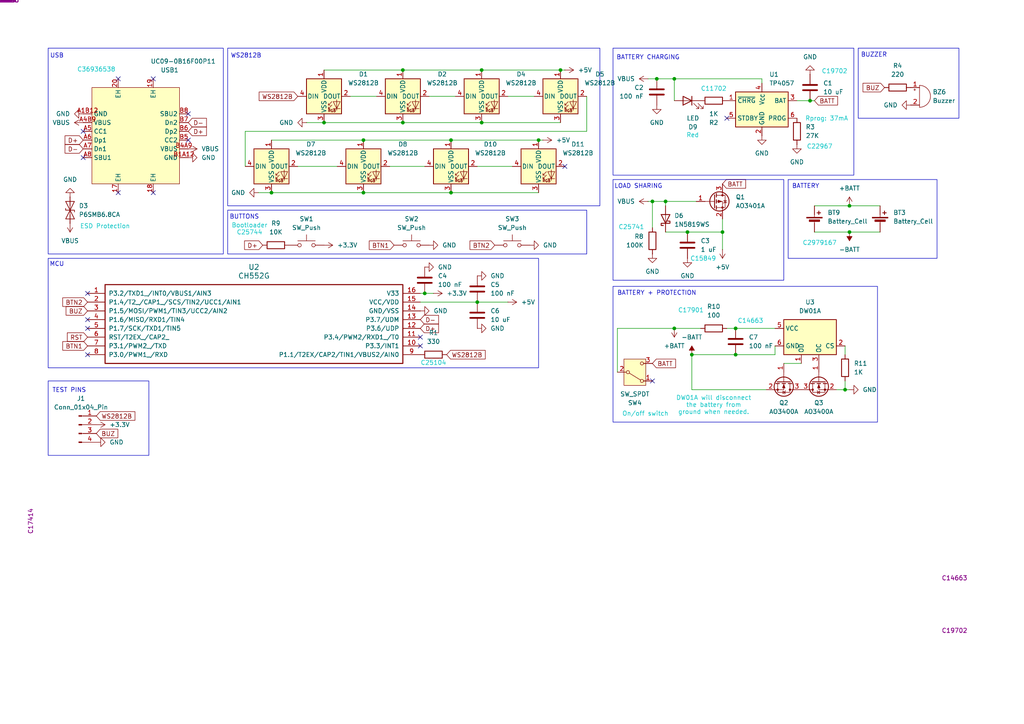
<source format=kicad_sch>
(kicad_sch (version 20241209) (generator "eeschema") (generator_version "9.0")
  (paper "A4")
  (lib_symbols
    (symbol "Battery_Management:DW01A"
      (property "Reference" "U" (at -6.604 6.35 0))
      (property "Value" "DW01A" (at 4.318 6.604 0))
      (symbol "DW01A_0_1"
        (pin power_in line (at -10.16 2.54 0) (length 2.54) (name "VCC") (number "5"))
        (pin power_in line (at -10.16 -2.54 0) (length 2.54) (name "GND") (number "6"))
        (pin output line (at -2.54 -7.62 90) (length 2.54) (name "OD") (number "1"))
        (pin output line (at 2.54 -7.62 90) (length 2.54) (name "OC") (number "3"))
        (pin input line (at 10.16 -2.54 180) (length 2.54) (name "CS") (number "2"))
      )
      (symbol "DW01A_1_1"
        (rectangle (start -7.62 5.08) (end 7.62 -5.08) (stroke (width 0.254)) (fill (type background)))
        (pin no_connect line (at 10.16 2.54 180) (length 2.54) (hide yes) (name "TD") (number "4"))
      )
    )
    (symbol "Battery_Management:TP4057"
      (property "Reference" "U" (at -6.35 6.604 0))
      (property "Value" "TP4057" (at 1.524 6.604 0))
      (symbol "TP4057_0_1"
        (rectangle (start -7.62 5.08) (end 7.62 -5.08) (stroke (width 0.254)) (fill (type background)))
      )
      (symbol "TP4057_1_1"
        (pin open_collector line (at -10.16 2.54 0) (length 2.54) (name "~{CHRG}") (number "1"))
        (pin open_collector line (at -10.16 -2.54 0) (length 2.54) (name "STDBY") (number "5"))
        (pin power_in line (at 0 7.62 270) (length 2.54) (name "V_{CC}") (number "4"))
        (pin power_in line (at 0 -7.62 90) (length 2.54) (name "GND") (number "2"))
        (pin power_out line (at 10.16 2.54 180) (length 2.54) (name "BAT") (number "3"))
        (pin passive line (at 10.16 -2.54 180) (length 2.54) (name "PROG") (number "6"))
      )
    )
    (symbol "Connector:Conn_01x04_Pin" (pin_names (offset 1.016) (hide yes))
      (property "Reference" "J" (at 0 5.08 0))
      (property "Value" "Conn_01x04_Pin" (at 0 -7.62 0))
      (symbol "Conn_01x04_Pin_1_1"
        (rectangle (start 0.8636 2.667) (end 0 2.413) (stroke (width 0.1524)) (fill (type outline)))
        (rectangle (start 0.8636 0.127) (end 0 -0.127) (stroke (width 0.1524)) (fill (type outline)))
        (rectangle (start 0.8636 -2.413) (end 0 -2.667) (stroke (width 0.1524)) (fill (type outline)))
        (rectangle (start 0.8636 -4.953) (end 0 -5.207) (stroke (width 0.1524)) (fill (type outline)))
        (polyline (pts (xy 1.27 2.54) (xy 0.8636 2.54)) (stroke (width 0.1524)))
        (polyline (pts (xy 1.27 0) (xy 0.8636 0)) (stroke (width 0.1524)))
        (polyline (pts (xy 1.27 -2.54) (xy 0.8636 -2.54)) (stroke (width 0.1524)))
        (polyline (pts (xy 1.27 -5.08) (xy 0.8636 -5.08)) (stroke (width 0.1524)))
        (pin passive line (at 5.08 2.54 180) (length 3.81) (name "Pin_1") (number "1"))
        (pin passive line (at 5.08 0 180) (length 3.81) (name "Pin_2") (number "2"))
        (pin passive line (at 5.08 -2.54 180) (length 3.81) (name "Pin_3") (number "3"))
        (pin passive line (at 5.08 -5.08 180) (length 3.81) (name "Pin_4") (number "4"))
      )
    )
    (symbol "Device:Battery_Cell" (pin_numbers (hide yes)) (pin_names (offset 0) (hide yes))
      (property "Reference" "BT" (at 2.54 2.54 0))
      (property "Value" "Battery_Cell" (at 2.54 0 0))
      (symbol "Battery_Cell_0_1"
        (rectangle (start -2.286 1.778) (end 2.286 1.524) (fill (type outline)))
        (rectangle (start -1.524 1.016) (end 1.524 0.508) (fill (type outline)))
        (polyline (pts (xy 0 1.778) (xy 0 2.54)))
        (polyline (pts (xy 0 0.762) (xy 0 0)))
        (polyline (pts (xy 0.762 3.048) (xy 1.778 3.048)) (stroke (width 0.254)))
        (polyline (pts (xy 1.27 3.556) (xy 1.27 2.54)) (stroke (width 0.254)))
      )
      (symbol "Battery_Cell_1_1"
        (pin passive line (at 0 5.08 270) (length 2.54) (name "+") (number "1"))
        (pin passive line (at 0 -2.54 90) (length 2.54) (name "-") (number "2"))
      )
    )
    (symbol "Device:Buzzer" (pin_names (offset 0.0254) (hide yes))
      (property "Reference" "BZ" (at 3.81 1.27 0))
      (property "Value" "Buzzer" (at 3.81 -1.27 0))
      (symbol "Buzzer_0_1"
        (polyline (pts (xy -1.651 1.905) (xy -1.143 1.905)))
        (polyline (pts (xy -1.397 2.159) (xy -1.397 1.651)))
        (arc (start 0 3.175) (mid 3.1612 0) (end 0 -3.175))
        (polyline (pts (xy 0 3.175) (xy 0 -3.175)))
      )
      (symbol "Buzzer_1_1"
        (pin passive line (at -2.54 2.54 0) (length 2.54) (name "+") (number "1"))
        (pin passive line (at -2.54 -2.54 0) (length 2.54) (name "-") (number "2"))
      )
    )
    (symbol "Device:C" (pin_numbers (hide yes)) (pin_names (offset 0.254))
      (property "Reference" "C" (at 0.635 2.54 0))
      (property "Value" "C" (at 0.635 -2.54 0))
      (symbol "C_0_1"
        (polyline (pts (xy -2.032 0.762) (xy 2.032 0.762)) (stroke (width 0.508)))
        (polyline (pts (xy -2.032 -0.762) (xy 2.032 -0.762)) (stroke (width 0.508)))
      )
      (symbol "C_1_1"
        (pin passive line (at 0 3.81 270) (length 2.794) (name "~") (number "1"))
        (pin passive line (at 0 -3.81 90) (length 2.794) (name "~") (number "2"))
      )
    )
    (symbol "Device:D_Schottky" (pin_numbers (hide yes)) (pin_names (offset 1.016) (hide yes))
      (property "Reference" "D" (at 0 2.54 0))
      (property "Value" "D_Schottky" (at 0 -2.54 0))
      (symbol "D_Schottky_0_1"
        (polyline (pts (xy -1.905 0.635) (xy -1.905 1.27) (xy -1.27 1.27) (xy -1.27 -1.27) (xy -0.635 -1.27) (xy -0.635 -0.635)) (stroke (width 0.254)))
        (polyline (pts (xy 1.27 1.27) (xy 1.27 -1.27) (xy -1.27 0) (xy 1.27 1.27)) (stroke (width 0.254)))
        (polyline (pts (xy 1.27 0) (xy -1.27 0)))
      )
      (symbol "D_Schottky_1_1"
        (pin passive line (at -3.81 0 0) (length 2.54) (name "K") (number "1"))
        (pin passive line (at 3.81 0 180) (length 2.54) (name "A") (number "2"))
      )
    )
    (symbol "Device:LED" (pin_numbers (hide yes)) (pin_names (offset 1.016) (hide yes))
      (property "Reference" "D" (at 0 2.54 0))
      (property "Value" "LED" (at 0 -2.54 0))
      (symbol "LED_0_1"
        (polyline (pts (xy -3.048 -0.762) (xy -4.572 -2.286) (xy -3.81 -2.286) (xy -4.572 -2.286) (xy -4.572 -1.524)))
        (polyline (pts (xy -1.778 -0.762) (xy -3.302 -2.286) (xy -2.54 -2.286) (xy -3.302 -2.286) (xy -3.302 -1.524)))
        (polyline (pts (xy -1.27 0) (xy 1.27 0)))
        (polyline (pts (xy -1.27 -1.27) (xy -1.27 1.27)) (stroke (width 0.254)))
        (polyline (pts (xy 1.27 -1.27) (xy 1.27 1.27) (xy -1.27 0) (xy 1.27 -1.27)) (stroke (width 0.254)))
      )
      (symbol "LED_1_1"
        (pin passive line (at -3.81 0 0) (length 2.54) (name "K") (number "1"))
        (pin passive line (at 3.81 0 180) (length 2.54) (name "A") (number "2"))
      )
    )
    (symbol "Device:R" (pin_numbers (hide yes)) (pin_names (offset 0))
      (property "Reference" "R" (at 2.032 0 90))
      (property "Value" "R" (at 0 0 90))
      (symbol "R_0_1"
        (rectangle (start -1.016 -2.54) (end 1.016 2.54) (stroke (width 0.254)))
      )
      (symbol "R_1_1"
        (pin passive line (at 0 3.81 270) (length 1.27) (name "~") (number "1"))
        (pin passive line (at 0 -3.81 90) (length 1.27) (name "~") (number "2"))
      )
    )
    (symbol "Diode:ESD9B3.3ST5G" (pin_numbers (hide yes)) (pin_names (offset 1.016) (hide yes))
      (property "Reference" "D" (at 0 2.54 0))
      (property "Value" "ESD9B3.3ST5G" (at 0 -2.54 0))
      (symbol "ESD9B3.3ST5G_0_1"
        (polyline (pts (xy -2.54 -1.27) (xy 0 0) (xy -2.54 1.27) (xy -2.54 -1.27)) (stroke (width 0.2032)))
        (polyline (pts (xy 0.508 1.27) (xy 0 1.27) (xy 0 -1.27) (xy -0.508 -1.27)) (stroke (width 0.2032)))
        (polyline (pts (xy 1.27 0) (xy -1.27 0)))
        (polyline (pts (xy 2.54 1.27) (xy 2.54 -1.27) (xy 0 0) (xy 2.54 1.27)) (stroke (width 0.2032)))
      )
      (symbol "ESD9B3.3ST5G_1_1"
        (pin passive line (at -3.81 0 0) (length 2.54) (name "A1") (number "1"))
        (pin passive line (at 3.81 0 180) (length 2.54) (name "A2") (number "2"))
      )
    )
    (symbol "LED:WS2812B" (pin_names (offset 0.254))
      (property "Reference" "D" (at 5.08 5.715 0))
      (property "Value" "WS2812B" (at 1.27 -5.715 0))
      (symbol "WS2812B_0_0"
        (text "RGB" (at 2.286 -4.191 0) (effects (font (size 0.762 0.762))))
      )
      (symbol "WS2812B_0_1"
        (polyline (pts (xy 1.27 -2.54) (xy 1.778 -2.54)))
        (polyline (pts (xy 1.27 -3.556) (xy 1.778 -3.556)))
        (polyline (pts (xy 2.286 -1.524) (xy 1.27 -2.54) (xy 1.27 -2.032)))
        (polyline (pts (xy 2.286 -2.54) (xy 1.27 -3.556) (xy 1.27 -3.048)))
        (polyline (pts (xy 3.683 -1.016) (xy 3.683 -3.556) (xy 3.683 -4.064)))
        (polyline (pts (xy 4.699 -1.524) (xy 2.667 -1.524) (xy 3.683 -3.556) (xy 4.699 -1.524)))
        (polyline (pts (xy 4.699 -3.556) (xy 2.667 -3.556)))
        (rectangle (start 5.08 5.08) (end -5.08 -5.08) (stroke (width 0.254)) (fill (type background)))
      )
      (symbol "WS2812B_1_1"
        (pin input line (at -7.62 0 0) (length 2.54) (name "DIN") (number "4"))
        (pin power_in line (at 0 7.62 270) (length 2.54) (name "VDD") (number "1"))
        (pin power_in line (at 0 -7.62 90) (length 2.54) (name "VSS") (number "3"))
        (pin output line (at 7.62 0 180) (length 2.54) (name "DOUT") (number "2"))
      )
    )
    (symbol "Switch:SW_Push" (pin_numbers (hide yes)) (pin_names (offset 1.016) (hide yes))
      (property "Reference" "SW" (at 1.27 2.54 0))
      (property "Value" "SW_Push" (at 0 -1.524 0))
      (symbol "SW_Push_0_1"
        (circle (center -2.032 0) (radius 0.508))
        (polyline (pts (xy 0 1.27) (xy 0 3.048)))
        (circle (center 2.032 0) (radius 0.508))
        (polyline (pts (xy 2.54 1.27) (xy -2.54 1.27)))
        (pin passive line (at -5.08 0 0) (length 2.54) (name "1") (number "1"))
        (pin passive line (at 5.08 0 180) (length 2.54) (name "2") (number "2"))
      )
    )
    (symbol "Switch:SW_SPDT" (pin_names (offset 0) (hide yes))
      (property "Reference" "SW" (at 0 5.08 0))
      (property "Value" "SW_SPDT" (at 0 -5.08 0))
      (symbol "SW_SPDT_0_1"
        (circle (center -2.032 0) (radius 0.4572))
        (polyline (pts (xy -1.651 0.254) (xy 1.651 2.286)))
        (circle (center 2.032 2.54) (radius 0.4572))
        (circle (center 2.032 -2.54) (radius 0.4572))
      )
      (symbol "SW_SPDT_1_1"
        (rectangle (start -3.175 3.81) (end 3.175 -3.81) (fill (type background)))
        (pin passive line (at -5.08 0 0) (length 2.54) (name "B") (number "2"))
        (pin passive line (at 5.08 2.54 180) (length 2.54) (name "A") (number "1"))
        (pin passive line (at 5.08 -2.54 180) (length 2.54) (name "C") (number "3"))
      )
    )
    (symbol "Transistor_FET:AO3400A" (pin_names (hide yes))
      (property "Reference" "Q" (at 5.08 1.905 0))
      (property "Value" "AO3400A" (at 5.08 0 0))
      (symbol "AO3400A_0_1"
        (polyline (pts (xy 0.254 1.905) (xy 0.254 -1.905)) (stroke (width 0.254)))
        (polyline (pts (xy 0.254 0) (xy -2.54 0)))
        (polyline (pts (xy 0.762 2.286) (xy 0.762 1.27)) (stroke (width 0.254)))
        (polyline (pts (xy 0.762 0.508) (xy 0.762 -0.508)) (stroke (width 0.254)))
        (polyline (pts (xy 0.762 -1.27) (xy 0.762 -2.286)) (stroke (width 0.254)))
        (polyline (pts (xy 0.762 -1.778) (xy 3.302 -1.778) (xy 3.302 1.778) (xy 0.762 1.778)))
        (polyline (pts (xy 1.016 0) (xy 2.032 0.381) (xy 2.032 -0.381) (xy 1.016 0)) (fill (type outline)))
        (circle (center 1.651 0) (radius 2.794) (stroke (width 0.254)))
        (polyline (pts (xy 2.54 2.54) (xy 2.54 1.778)))
        (circle (center 2.54 1.778) (radius 0.254) (fill (type outline)))
        (circle (center 2.54 -1.778) (radius 0.254) (fill (type outline)))
        (polyline (pts (xy 2.54 -2.54) (xy 2.54 0) (xy 0.762 0)))
        (polyline (pts (xy 2.794 0.508) (xy 2.921 0.381) (xy 3.683 0.381) (xy 3.81 0.254)))
        (polyline (pts (xy 3.302 0.381) (xy 2.921 -0.254) (xy 3.683 -0.254) (xy 3.302 0.381)))
      )
      (symbol "AO3400A_1_1"
        (pin input line (at -5.08 0 0) (length 2.54) (name "G") (number "1"))
        (pin passive line (at 2.54 5.08 270) (length 2.54) (name "D") (number "3"))
        (pin passive line (at 2.54 -5.08 90) (length 2.54) (name "S") (number "2"))
      )
    )
    (symbol "Transistor_FET:Si2319CDS" (pin_names (hide yes))
      (property "Reference" "Q" (at 5.08 1.905 0))
      (property "Value" "Si2319CDS" (at 5.08 0 0))
      (symbol "Si2319CDS_0_1"
        (polyline (pts (xy 0.254 1.905) (xy 0.254 -1.905)) (stroke (width 0.254)))
        (polyline (pts (xy 0.254 0) (xy -2.54 0)))
        (polyline (pts (xy 0.762 2.286) (xy 0.762 1.27)) (stroke (width 0.254)))
        (polyline (pts (xy 0.762 1.778) (xy 3.302 1.778) (xy 3.302 -1.778) (xy 0.762 -1.778)))
        (polyline (pts (xy 0.762 0.508) (xy 0.762 -0.508)) (stroke (width 0.254)))
        (polyline (pts (xy 0.762 -1.27) (xy 0.762 -2.286)) (stroke (width 0.254)))
        (circle (center 1.651 0) (radius 2.794) (stroke (width 0.254)))
        (polyline (pts (xy 2.286 0) (xy 1.27 0.381) (xy 1.27 -0.381) (xy 2.286 0)) (fill (type outline)))
        (polyline (pts (xy 2.54 2.54) (xy 2.54 1.778)))
        (circle (center 2.54 1.778) (radius 0.254) (fill (type outline)))
        (circle (center 2.54 -1.778) (radius 0.254) (fill (type outline)))
        (polyline (pts (xy 2.54 -2.54) (xy 2.54 0) (xy 0.762 0)))
        (polyline (pts (xy 2.794 -0.508) (xy 2.921 -0.381) (xy 3.683 -0.381) (xy 3.81 -0.254)))
        (polyline (pts (xy 3.302 -0.381) (xy 2.921 0.254) (xy 3.683 0.254) (xy 3.302 -0.381)))
      )
      (symbol "Si2319CDS_1_1"
        (pin input line (at -5.08 0 0) (length 2.54) (name "G") (number "1"))
        (pin passive line (at 2.54 5.08 270) (length 2.54) (name "D") (number "3"))
        (pin passive line (at 2.54 -5.08 90) (length 2.54) (name "S") (number "2"))
      )
    )
    (symbol "lcsc-imports:UC09-0B16F00P11"
      (property "Reference" "USB" (at 0 25.4 0))
      (property "Value" "UC09-0B16F00P11" (at 0 -17.78 0))
      (symbol "UC09-0B16F00P11_0_1"
        (rectangle (start -12.7 17.78) (end 12.7 -10.16) (fill (type background)))
        (pin unspecified line (at -15.24 10.16 0) (length 2.54) (name "GND") (number "A1B12"))
        (pin unspecified line (at -15.24 7.62 0) (length 2.54) (name "VBUS") (number "A4B9"))
        (pin unspecified line (at -15.24 5.08 0) (length 2.54) (name "CC1") (number "A5"))
        (pin unspecified line (at -15.24 2.54 0) (length 2.54) (name "Dp1") (number "A6"))
        (pin unspecified line (at -15.24 0 0) (length 2.54) (name "Dn1") (number "A7"))
        (pin unspecified line (at -15.24 -2.54 0) (length 2.54) (name "SBU1") (number "A8"))
        (pin unspecified line (at -5.08 20.32 270) (length 2.54) (name "EH") (number "20"))
        (pin unspecified line (at -5.08 -12.7 90) (length 2.54) (name "EH") (number "17"))
        (pin unspecified line (at 5.08 20.32 270) (length 2.54) (name "EH") (number "19"))
        (pin unspecified line (at 5.08 -12.7 90) (length 2.54) (name "EH") (number "18"))
        (pin unspecified line (at 15.24 10.16 180) (length 2.54) (name "SBU2") (number "B8"))
        (pin unspecified line (at 15.24 7.62 180) (length 2.54) (name "Dn2") (number "B7"))
        (pin unspecified line (at 15.24 5.08 180) (length 2.54) (name "Dp2") (number "B6"))
        (pin unspecified line (at 15.24 2.54 180) (length 2.54) (name "CC2") (number "B5"))
        (pin unspecified line (at 15.24 0 180) (length 2.54) (name "VBUS") (number "B4A9"))
        (pin unspecified line (at 15.24 -2.54 180) (length 2.54) (name "GND") (number "B1A12"))
      )
    )
    (symbol "power:+3.3V" (power) (pin_numbers (hide yes)) (pin_names (offset 0) (hide yes))
      (property "Value" "+3.3V" (at 0 3.556 0))
      (symbol "+3.3V_0_1"
        (polyline (pts (xy -0.762 1.27) (xy 0 2.54)))
        (polyline (pts (xy 0 2.54) (xy 0.762 1.27)))
        (polyline (pts (xy 0 0) (xy 0 2.54)))
      )
      (symbol "+3.3V_1_1"
        (pin power_in line (at 0 0 90) (length 0) (name "~") (number "1"))
      )
    )
    (symbol "power:+5V" (power) (pin_numbers (hide yes)) (pin_names (offset 0) (hide yes))
      (property "Value" "+5V" (at 0 3.556 0))
      (symbol "+5V_0_1"
        (polyline (pts (xy -0.762 1.27) (xy 0 2.54)))
        (polyline (pts (xy 0 2.54) (xy 0.762 1.27)))
        (polyline (pts (xy 0 0) (xy 0 2.54)))
      )
      (symbol "+5V_1_1"
        (pin power_in line (at 0 0 90) (length 0) (name "~") (number "1"))
      )
    )
    (symbol "power:+BATT" (power) (pin_numbers (hide yes)) (pin_names (offset 0) (hide yes))
      (property "Value" "+BATT" (at 0 3.556 0))
      (symbol "+BATT_0_1"
        (polyline (pts (xy -0.762 1.27) (xy 0 2.54)))
        (polyline (pts (xy 0 2.54) (xy 0.762 1.27)))
        (polyline (pts (xy 0 0) (xy 0 2.54)))
      )
      (symbol "+BATT_1_1"
        (pin power_in line (at 0 0 90) (length 0) (name "~") (number "1"))
      )
    )
    (symbol "power:-BATT" (power) (pin_numbers (hide yes)) (pin_names (offset 0) (hide yes))
      (property "Value" "-BATT" (at 0 3.556 0))
      (symbol "-BATT_0_1"
        (polyline (pts (xy 0 0) (xy 0 2.54)))
        (polyline (pts (xy 0.762 1.27) (xy -0.762 1.27) (xy 0 2.54) (xy 0.762 1.27)) (fill (type outline)))
      )
      (symbol "-BATT_1_1"
        (pin power_in line (at 0 0 90) (length 0) (name "~") (number "1"))
      )
    )
    (symbol "power:GND" (power) (pin_numbers (hide yes)) (pin_names (offset 0) (hide yes))
      (property "Value" "GND" (at 0 -3.81 0))
      (symbol "GND_0_1"
        (polyline (pts (xy 0 0) (xy 0 -1.27) (xy 1.27 -1.27) (xy 0 -2.54) (xy -1.27 -1.27) (xy 0 -1.27)))
      )
      (symbol "GND_1_1"
        (pin power_in line (at 0 0 270) (length 0) (name "~") (number "1"))
      )
    )
    (symbol "power:VBUS" (power) (pin_numbers (hide yes)) (pin_names (offset 0) (hide yes))
      (property "Value" "VBUS" (at 0 3.556 0))
      (symbol "VBUS_0_1"
        (polyline (pts (xy -0.762 1.27) (xy 0 2.54)))
        (polyline (pts (xy 0 2.54) (xy 0.762 1.27)))
        (polyline (pts (xy 0 0) (xy 0 2.54)))
      )
      (symbol "VBUS_1_1"
        (pin power_in line (at 0 0 90) (length 0) (name "~") (number "1"))
      )
    )
    (symbol "wch:CH552G" (pin_names (offset 1.016))
      (property "Reference" "U" (at 5.08 6.35 0))
      (property "Value" "CH552G" (at 5.08 3.81 0))
      (symbol "CH552G_1_1"
        (rectangle (start 5.08 2.54) (end 91.44 -20.32) (stroke (width 0.3048)))
        (pin bidirectional line (at 0 0 0) (length 5.08) (name "P3.2/TXD1_/INT0/VBUS1/AIN3") (number "1"))
        (pin bidirectional line (at 0 -2.54 0) (length 5.08) (name "P1.4/T2_/CAP1_/SCS/TIN2/UCC1/AIN1") (number "2"))
        (pin bidirectional line (at 0 -5.08 0) (length 5.08) (name "P1.5/MOSI/PWM1/TIN3/UCC2/AIN2") (number "3"))
        (pin bidirectional line (at 0 -7.62 0) (length 5.08) (name "P1.6/MISO/RXD1/TIN4") (number "4"))
        (pin bidirectional line (at 0 -10.16 0) (length 5.08) (name "P1.7/SCK/TXD1/TIN5") (number "5"))
        (pin bidirectional line (at 0 -12.7 0) (length 5.08) (name "RST/T2EX_/CAP2_") (number "6"))
        (pin bidirectional line (at 0 -15.24 0) (length 5.08) (name "P3.1/PWM2_/TXD") (number "7"))
        (pin bidirectional line (at 0 -17.78 0) (length 5.08) (name "P3.0/PWM1_/RXD") (number "8"))
        (pin power_in line (at 96.52 0 180) (length 5.08) (name "V33") (number "16"))
        (pin power_in line (at 96.52 -2.54 180) (length 5.08) (name "VCC/VDD") (number "15"))
        (pin power_in line (at 96.52 -5.08 180) (length 5.08) (name "GND/VSS") (number "14"))
        (pin bidirectional line (at 96.52 -7.62 180) (length 5.08) (name "P3.7/UDM") (number "13"))
        (pin bidirectional line (at 96.52 -10.16 180) (length 5.08) (name "P3.6/UDP") (number "12"))
        (pin bidirectional line (at 96.52 -12.7 180) (length 5.08) (name "P3.4/PWM2/RXD1_/T0") (number "11"))
        (pin bidirectional line (at 96.52 -15.24 180) (length 5.08) (name "P3.3/INT1") (number "10"))
        (pin bidirectional line (at 96.52 -17.78 180) (length 5.08) (name "P1.1/T2EX/CAP2/TIN1/VBUS2/AIN0") (number "9"))
      )
    )
  )
  (rectangle (start 13.97 110.49) (end 43.18 132.08))
  (rectangle (start 13.97 13.97) (end 64.77 73.66))
  (rectangle (start 66.04 13.97) (end 173.99 59.69))
  (rectangle (start 13.97 74.93) (end 156.21 106.68))
  (rectangle (start 177.8 83.058) (end 254.508 122.428))
  (rectangle (start 66.04 60.96) (end 170.18 73.66))
  (rectangle (start 248.92 13.97) (end 278.13 34.29))
  (rectangle (start 177.8 13.97) (end 247.65 50.8))
  (rectangle (start 228.6 52.07) (end 271.78 74.93))
  (rectangle (start 177.8 52.07) (end 227.33 81.28))
  (text "Bootloader\nC25744" (at 72.39 66.548 0) (effects (font (size 1.27 1.27))))
  (text "On/off switch" (at 187.198 120.142 0) (effects (font (size 1.27 1.27))))
  (text "MCU" (at 16.51 76.708 0) (effects (font (size 1.27 1.27))))
  (text "BATTERY" (at 233.68 54.102 0) (effects (font (size 1.27 1.27))))
  (text "DW01A will disconnect\nthe battery from\nground when needed." (at 207.01 117.602 0) (effects (font (size 1.27 1.27))))
  (text "C14663" (at 217.678 93.218 0) (effects (font (size 1.27 1.27))))
  (text "Rprog: 37mA" (at 239.776 34.544 0) (effects (font (size 1.27 1.27))))
  (text "C36936538" (at 27.94 20.32 0) (effects (font (size 1.27 1.27))))
  (text "C17901" (at 200.406 90.17 0) (effects (font (size 1.27 1.27))))
  (text "BUZZER" (at 253.492 16.002 0) (effects (font (size 1.27 1.27))))
  (text "Red" (at 200.914 39.37 0) (effects (font (size 1.27 1.27))))
  (text "USB" (at 16.51 16.256 0) (effects (font (size 1.27 1.27))))
  (text "C15849" (at 203.962 75.184 0) (effects (font (size 1.27 1.27))))
  (text "BUTTONS" (at 70.866 62.992 0) (effects (font (size 1.27 1.27))))
  (text "C2979167" (at 237.744 70.612 0) (effects (font (size 1.27 1.27))))
  (text "BATTERY CHARGING" (at 187.96 16.764 0) (effects (font (size 1.27 1.27))))
  (text "C19702" (at 242.062 20.828 0) (effects (font (size 1.27 1.27))))
  (text "BATTERY + PROTECTION" (at 190.5 85.09 0) (effects (font (size 1.27 1.27))))
  (text "C25741" (at 183.134 66.04 0) (effects (font (size 1.27 1.27))))
  (text "TEST PINS" (at 20.066 113.284 0) (effects (font (size 1.27 1.27))))
  (text "LOAD SHARING" (at 185.166 54.102 0) (effects (font (size 1.27 1.27))))
  (text "C22967" (at 237.744 42.672 0) (effects (font (size 1.27 1.27))))
  (text "C25104" (at 125.73 105.41 0) (effects (font (size 1.27 1.27))))
  (text "WS2812B" (at 71.374 16.256 0) (effects (font (size 1.27 1.27))))
  (text "C11702" (at 207.01 25.908 0) (effects (font (size 1.27 1.27))))
  (text "ESD Protection" (at 30.48 65.786 0) (effects (font (size 1.27 1.27))))
  (junction (at 78.74 55.88))
  (junction (at 199.39 67.31))
  (junction (at 200.66 102.87))
  (junction (at 138.43 87.63))
  (junction (at 156.21 40.64))
  (junction (at 116.84 20.32))
  (junction (at 105.41 55.88))
  (junction (at 209.55 67.31))
  (junction (at 213.36 95.25))
  (junction (at 123.19 85.09))
  (junction (at 234.95 29.21))
  (junction (at 139.7 35.56))
  (junction (at 213.36 102.87))
  (junction (at 190.5 22.86))
  (junction (at 189.23 58.42))
  (junction (at 193.04 58.42))
  (junction (at 130.81 55.88))
  (junction (at 105.41 40.64))
  (junction (at 162.56 20.32))
  (junction (at 116.84 35.56))
  (junction (at 93.98 35.56))
  (junction (at 245.11 113.03))
  (junction (at 195.58 22.86))
  (junction (at 246.38 67.31))
  (junction (at 139.7 20.32))
  (junction (at 195.58 95.25))
  (junction (at 130.81 40.64))
  (junction (at 246.38 59.69))
  (no_connect (at 24.13 45.72))
  (no_connect (at 34.29 22.86))
  (no_connect (at 24.13 38.1))
  (no_connect (at 163.83 48.26))
  (no_connect (at 54.61 40.64))
  (no_connect (at 54.61 33.02))
  (no_connect (at 44.45 22.86))
  (no_connect (at 121.92 100.33))
  (no_connect (at 25.4 95.25))
  (no_connect (at 25.4 92.71))
  (no_connect (at 189.23 110.49))
  (no_connect (at 210.82 34.29))
  (no_connect (at 25.4 85.09))
  (no_connect (at 34.29 55.88))
  (no_connect (at 25.4 102.87))
  (no_connect (at 121.92 97.79))
  (no_connect (at 44.45 55.88))
  (wire (pts (xy 74.93 55.88) (xy 78.74 55.88)))
  (wire (pts (xy 101.6 27.94) (xy 109.22 27.94)))
  (wire (pts (xy 138.43 48.26) (xy 148.59 48.26)))
  (wire (pts (xy 231.14 29.21) (xy 234.95 29.21)))
  (wire (pts (xy 88.9 35.56) (xy 93.98 35.56)))
  (wire (pts (xy 156.21 40.64) (xy 157.48 40.64)))
  (wire (pts (xy 213.36 102.87) (xy 224.79 102.87)))
  (wire (pts (xy 147.32 87.63) (xy 138.43 87.63)))
  (wire (pts (xy 189.23 58.42) (xy 193.04 58.42)))
  (wire (pts (xy 195.58 95.25) (xy 203.2 95.25)))
  (wire (pts (xy 213.36 95.25) (xy 224.79 95.25)))
  (wire (pts (xy 210.82 95.25) (xy 213.36 95.25)))
  (wire (pts (xy 179.07 95.25) (xy 195.58 95.25)))
  (wire (pts (xy 78.74 40.64) (xy 105.41 40.64)))
  (wire (pts (xy 116.84 35.56) (xy 139.7 35.56)))
  (wire (pts (xy 245.11 113.03) (xy 246.38 113.03)))
  (wire (pts (xy 130.81 40.64) (xy 156.21 40.64)))
  (wire (pts (xy 113.03 48.26) (xy 123.19 48.26)))
  (wire (pts (xy 124.46 27.94) (xy 132.08 27.94)))
  (wire (pts (xy 93.98 35.56) (xy 116.84 35.56)))
  (wire (pts (xy 195.58 22.86) (xy 195.58 29.21)))
  (wire (pts (xy 130.81 55.88) (xy 156.21 55.88)))
  (wire (pts (xy 242.57 113.03) (xy 245.11 113.03)))
  (wire (pts (xy 245.11 110.49) (xy 245.11 113.03)))
  (wire (pts (xy 195.58 22.86) (xy 220.98 22.86)))
  (wire (pts (xy 193.04 58.42) (xy 193.04 59.69)))
  (wire (pts (xy 200.66 102.87) (xy 213.36 102.87)))
  (wire (pts (xy 227.33 105.41) (xy 232.41 105.41)))
  (wire (pts (xy 236.22 67.31) (xy 246.38 67.31)))
  (wire (pts (xy 236.22 59.69) (xy 246.38 59.69)))
  (wire (pts (xy 105.41 40.64) (xy 130.81 40.64)))
  (wire (pts (xy 220.98 22.86) (xy 220.98 24.13)))
  (wire (pts (xy 93.98 20.32) (xy 116.84 20.32)))
  (wire (pts (xy 246.38 59.69) (xy 255.27 59.69)))
  (wire (pts (xy 199.39 67.31) (xy 209.55 67.31)))
  (wire (pts (xy 139.7 20.32) (xy 162.56 20.32)))
  (wire (pts (xy 234.95 29.21) (xy 236.22 29.21)))
  (wire (pts (xy 246.38 67.31) (xy 255.27 67.31)))
  (wire (pts (xy 193.04 58.42) (xy 201.93 58.42)))
  (wire (pts (xy 139.7 35.56) (xy 162.56 35.56)))
  (wire (pts (xy 190.5 22.86) (xy 195.58 22.86)))
  (wire (pts (xy 209.55 63.5) (xy 209.55 67.31)))
  (wire (pts (xy 116.84 20.32) (xy 139.7 20.32)))
  (wire (pts (xy 224.79 102.87) (xy 224.79 100.33)))
  (wire (pts (xy 170.18 38.1) (xy 71.12 38.1)))
  (wire (pts (xy 179.07 95.25) (xy 179.07 107.95)))
  (wire (pts (xy 147.32 27.94) (xy 154.94 27.94)))
  (wire (pts (xy 187.96 58.42) (xy 189.23 58.42)))
  (wire (pts (xy 121.92 87.63) (xy 138.43 87.63)))
  (wire (pts (xy 123.19 85.09) (xy 121.92 85.09)))
  (wire (pts (xy 162.56 20.32) (xy 163.83 20.32)))
  (wire (pts (xy 125.73 85.09) (xy 123.19 85.09)))
  (wire (pts (xy 193.04 67.31) (xy 199.39 67.31)))
  (wire (pts (xy 105.41 55.88) (xy 130.81 55.88)))
  (wire (pts (xy 200.66 102.87) (xy 200.66 113.03)))
  (wire (pts (xy 189.23 58.42) (xy 189.23 66.04)))
  (wire (pts (xy 200.66 113.03) (xy 222.25 113.03)))
  (wire (pts (xy 71.12 38.1) (xy 71.12 48.26)))
  (wire (pts (xy 187.96 22.86) (xy 190.5 22.86)))
  (wire (pts (xy 86.36 48.26) (xy 97.79 48.26)))
  (wire (pts (xy 170.18 27.94) (xy 170.18 38.1)))
  (wire (pts (xy 78.74 55.88) (xy 105.41 55.88)))
  (wire (pts (xy 209.55 67.31) (xy 209.55 72.39)))
  (wire (pts (xy 245.11 100.33) (xy 245.11 102.87)))
  (global_label "RST" (shape input) (at 25.4 97.79 180) (property "Intersheetrefs" "${INTERSHEET_REFS}" (effects (hide yes))))
  (global_label "D+" (shape input) (at 54.61 38.1 0) (property "Intersheetrefs" "${INTERSHEET_REFS}" (effects (hide yes))))
  (global_label "WS2812B" (shape input) (at 27.94 120.65 0) (property "Intersheetrefs" "${INTERSHEET_REFS}" (effects (hide yes))))
  (global_label "BTN2" (shape input) (at 25.4 87.63 180) (property "Intersheetrefs" "${INTERSHEET_REFS}" (effects (hide yes))))
  (global_label "BATT" (shape input) (at 209.55 53.34 0) (property "Intersheetrefs" "${INTERSHEET_REFS}" (effects (hide yes))))
  (global_label "D+" (shape input) (at 76.2 71.12 180) (property "Intersheetrefs" "${INTERSHEET_REFS}" (effects (hide yes))))
  (global_label "WS2812B" (shape input) (at 129.54 102.87 0) (property "Intersheetrefs" "${INTERSHEET_REFS}" (effects (hide yes))))
  (global_label "D-" (shape input) (at 54.61 35.56 0) (property "Intersheetrefs" "${INTERSHEET_REFS}" (effects (hide yes))))
  (global_label "BUZ" (shape input) (at 256.54 25.4 180) (property "Intersheetrefs" "${INTERSHEET_REFS}" (effects (hide yes))))
  (global_label "BUZ" (shape input) (at 25.4 90.17 180) (property "Intersheetrefs" "${INTERSHEET_REFS}" (effects (hide yes))))
  (global_label "D-" (shape input) (at 24.13 43.18 180) (property "Intersheetrefs" "${INTERSHEET_REFS}" (effects (hide yes))))
  (global_label "BTN2" (shape input) (at 143.51 71.12 180) (property "Intersheetrefs" "${INTERSHEET_REFS}" (effects (hide yes))))
  (global_label "D-" (shape input) (at 121.92 92.71 0) (property "Intersheetrefs" "${INTERSHEET_REFS}" (effects (hide yes))))
  (global_label "BATT" (shape input) (at 236.22 29.21 0) (property "Intersheetrefs" "${INTERSHEET_REFS}" (effects (hide yes))))
  (global_label "BTN1" (shape input) (at 25.4 100.33 180) (property "Intersheetrefs" "${INTERSHEET_REFS}" (effects (hide yes))))
  (global_label "BTN1" (shape input) (at 114.3 71.12 180) (property "Intersheetrefs" "${INTERSHEET_REFS}" (effects (hide yes))))
  (global_label "D+" (shape input) (at 121.92 95.25 0) (property "Intersheetrefs" "${INTERSHEET_REFS}" (effects (hide yes))))
  (global_label "BATT" (shape input) (at 189.23 105.41 0) (property "Intersheetrefs" "${INTERSHEET_REFS}" (effects (hide yes))))
  (global_label "WS2812B" (shape input) (at 86.36 27.94 180) (property "Intersheetrefs" "${INTERSHEET_REFS}" (effects (hide yes))))
  (global_label "D+" (shape input) (at 24.13 40.64 180) (property "Intersheetrefs" "${INTERSHEET_REFS}" (effects (hide yes))))
  (global_label "BUZ" (shape input) (at 27.94 125.73 0) (property "Intersheetrefs" "${INTERSHEET_REFS}" (effects (hide yes))))
  (symbol (lib_id "LED:WS2812B") (at 93.98 27.94 0) (unit 1)
    (property "Reference" "D1" (at 105.41 21.5198 0))
    (property "Value" "WS2812B" (at 105.41 24.0598 0))
    (property "Footprint" "LED_SMD:LED_WS2812B_PLCC4_5.0x5.0mm_P3.2mm" (effects (hide yes)))
    (property "Datasheet" "https://cdn-shop.adafruit.com/datasheets/WS2812B.pdf" (effects (hide yes)))
    (property "Description" "RGB LED with integrated controller" (effects (hide yes)))
    (property "LCSC" "C22461793" (at 0 0 0))
  )
  (symbol (lib_id "power:GND") (at 74.93 55.88 270) (unit 1)
    (property "Reference" "#PWR012" (effects (hide yes)))
    (property "Value" "GND" (at 71.12 55.8799 90) (effects (justify right)))
    (property "Description" "Power symbol creates a global label with name \"GND\" , ground" (effects (hide yes)))
  )
  (symbol (lib_id "Device:R") (at 207.01 95.25 90) (unit 1)
    (property "Reference" "R10" (at 207.01 88.9 90))
    (property "Value" "100" (at 207.01 91.44 90))
    (property "Footprint" "Resistor_SMD:R_1206_3216Metric" (effects (hide yes)))
    (property "Description" "Resistor" (effects (hide yes)))
    (property "LCSC" "C17901" (at 111.76 302.26 0))
  )
  (symbol (lib_id "Device:LED") (at 199.39 29.21 0) (mirror y) (unit 1)
    (property "Reference" "D9" (at 200.9775 36.83 0))
    (property "Value" "LED" (at 200.9775 34.29 0))
    (property "Footprint" "LED_SMD:LED_0805_2012Metric" (effects (hide yes)))
    (property "Description" "Light emitting diode" (effects (hide yes)))
    (property "LCSC" "C84256" (at 398.78 0 0))
  )
  (symbol (lib_id "power:VBUS") (at 187.96 22.86 90) (unit 1)
    (property "Reference" "#PWR04" (effects (hide yes)))
    (property "Value" "VBUS" (at 184.15 22.8599 90) (effects (justify left)))
    (property "Description" "Power symbol creates a global label with name \"VBUS\"" (effects (hide yes)))
  )
  (symbol (lib_id "power:-BATT") (at 200.66 102.87 0) (unit 1)
    (property "Reference" "#PWR013" (effects (hide yes)))
    (property "Value" "-BATT" (at 200.66 97.79 0))
    (property "Description" "Power symbol creates a global label with name \"-BATT\"" (effects (hide yes)))
  )
  (symbol (lib_id "Transistor_FET:Si2319CDS") (at 207.01 58.42 0) (unit 1)
    (property "Reference" "Q1" (at 213.36 57.1499 0) (effects (justify left)))
    (property "Value" "AO3401A" (at 213.36 59.6899 0) (effects (justify left)))
    (property "Footprint" "Package_TO_SOT_SMD:SOT-23" (effects (hide yes)))
    (property "Datasheet" "http://www.vishay.com/docs/66709/si2319cd.pdf" (effects (hide yes)))
    (property "Description" "-4.4A Id, -40V Vds, P-Channel MOSFET, SOT-23" (effects (hide yes)))
    (property "LCSC" "C15127" (at 0 0 0))
  )
  (symbol (lib_id "LED:WS2812B") (at 116.84 27.94 0) (unit 1)
    (property "Reference" "D2" (at 128.27 21.5198 0))
    (property "Value" "WS2812B" (at 128.27 24.0598 0))
    (property "Footprint" "LED_SMD:LED_WS2812B_PLCC4_5.0x5.0mm_P3.2mm" (effects (hide yes)))
    (property "Datasheet" "https://cdn-shop.adafruit.com/datasheets/WS2812B.pdf" (effects (hide yes)))
    (property "Description" "RGB LED with integrated controller" (effects (hide yes)))
    (property "LCSC" "C22461793" (at 0 0 0))
  )
  (symbol (lib_id "power:+3.3V") (at 93.98 71.12 270) (unit 1)
    (property "Reference" "#PWR018" (effects (hide yes)))
    (property "Value" "+3.3V" (at 97.79 71.1199 90) (effects (justify left)))
    (property "Description" "Power symbol creates a global label with name \"+3.3V\"" (effects (hide yes)))
  )
  (symbol (lib_id "Device:C") (at 234.95 25.4 0) (unit 1)
    (property "Reference" "C1" (at 238.76 24.1299 0) (effects (justify left)))
    (property "Value" "10 uF" (at 238.76 26.6699 0) (effects (justify left)))
    (property "Footprint" "Capacitor_SMD:C_0603_1608Metric" (effects (hide yes)))
    (property "Description" "Unpolarized capacitor" (effects (hide yes)))
    (property "LCSC" "C19702" (at 0 0 0))
  )
  (symbol (lib_id "Device:R") (at 207.01 29.21 90) (mirror x) (unit 1)
    (property "Reference" "R2" (at 207.01 35.56 90))
    (property "Value" "1K" (at 207.01 33.02 90))
    (property "Footprint" "Resistor_SMD:R_0402_1005Metric" (effects (hide yes)))
    (property "Description" "Resistor" (effects (hide yes)))
    (property "LCSC" "C11702" (at 177.8 -177.8 0))
  )
  (symbol (lib_id "Device:D_Schottky") (at 193.04 63.5 90) (unit 1)
    (property "Reference" "D6" (at 195.58 62.5474 90) (effects (justify right)))
    (property "Value" "1N5819WS" (at 195.58 65.0874 90) (effects (justify right)))
    (property "Footprint" "Diode_SMD:D_SOD-323" (effects (hide yes)))
    (property "Description" "Schottky diode" (effects (hide yes)))
    (property "Sim.Device" "D" (effects (hide yes)))
    (property "Sim.Pins" "1=K 2=A" (effects (hide yes)))
    (property "LCSC" "C191023" (at 129.54 256.54 0))
  )
  (symbol (lib_id "LED:WS2812B") (at 130.81 48.26 0) (unit 1)
    (property "Reference" "D10" (at 142.24 41.8398 0))
    (property "Value" "WS2812B" (at 142.24 44.3798 0))
    (property "Footprint" "LED_SMD:LED_WS2812B_PLCC4_5.0x5.0mm_P3.2mm" (effects (hide yes)))
    (property "Datasheet" "https://cdn-shop.adafruit.com/datasheets/WS2812B.pdf" (effects (hide yes)))
    (property "Description" "RGB LED with integrated controller" (effects (hide yes)))
    (property "LCSC" "C22461793" (at 0 0 0))
  )
  (symbol (lib_id "power:GND") (at 124.46 71.12 90) (unit 1)
    (property "Reference" "#PWR019" (effects (hide yes)))
    (property "Value" "GND" (at 128.27 71.1199 90) (effects (justify right)))
    (property "Description" "Power symbol creates a global label with name \"GND\" , ground" (effects (hide yes)))
  )
  (symbol (lib_id "power:+5V") (at 163.83 20.32 270) (unit 1)
    (property "Reference" "#PWR01" (effects (hide yes)))
    (property "Value" "+5V" (at 167.64 20.3199 90) (effects (justify left)))
    (property "Description" "Power symbol creates a global label with name \"+5V\"" (effects (hide yes)))
  )
  (symbol (lib_id "power:GND") (at 220.98 39.37 0) (unit 1)
    (property "Reference" "#PWR09" (effects (hide yes)))
    (property "Value" "GND" (at 220.98 44.45 0))
    (property "Description" "Power symbol creates a global label with name \"GND\" , ground" (effects (hide yes)))
  )
  (symbol (lib_id "power:+3.3V") (at 27.94 123.19 270) (unit 1)
    (property "Reference" "#PWR015" (effects (hide yes)))
    (property "Value" "+3.3V" (at 31.75 123.1899 90) (effects (justify left)))
    (property "Description" "Power symbol creates a global label with name \"+3.3V\"" (effects (hide yes)))
  )
  (symbol (lib_id "power:VBUS") (at 20.32 64.77 180) (unit 1)
    (property "Reference" "#PWR02" (effects (hide yes)))
    (property "Value" "VBUS" (at 20.32 69.85 0))
    (property "Description" "Power symbol creates a global label with name \"VBUS\"" (effects (hide yes)))
  )
  (symbol (lib_id "Device:C") (at 123.19 81.28 0) (unit 1)
    (property "Reference" "C4" (at 127 80.0099 0) (effects (justify left)))
    (property "Value" "100 nF" (at 127 82.5499 0) (effects (justify left)))
    (property "Footprint" "Capacitor_SMD:C_0603_1608Metric" (effects (hide yes)))
    (property "Description" "Unpolarized capacitor" (effects (hide yes)))
    (property "LCSC" "C14663" (at 0 0 0))
  )
  (symbol (lib_id "power:GND") (at 121.92 90.17 90) (unit 1)
    (property "Reference" "#PWR028" (effects (hide yes)))
    (property "Value" "GND" (at 125.73 90.1699 90) (effects (justify right)))
    (property "Description" "Power symbol creates a global label with name \"GND\" , ground" (effects (hide yes)))
  )
  (symbol (lib_id "power:GND") (at 234.95 21.59 180) (unit 1)
    (property "Reference" "#PWR03" (effects (hide yes)))
    (property "Value" "GND" (at 234.95 16.51 0))
    (property "Description" "Power symbol creates a global label with name \"GND\" , ground" (effects (hide yes)))
  )
  (symbol (lib_id "Device:R") (at 245.11 106.68 0) (unit 1)
    (property "Reference" "R11" (at 247.65 105.4099 0) (effects (justify left)))
    (property "Value" "1K" (at 247.65 107.9499 0) (effects (justify left)))
    (property "Footprint" "Resistor_SMD:R_0402_1005Metric" (effects (hide yes)))
    (property "Description" "Resistor" (effects (hide yes)))
    (property "LCSC" "C11702" (at 0 0 0))
  )
  (symbol (lib_id "Device:Battery_Cell") (at 236.22 64.77 0) (unit 1)
    (property "Reference" "BT9" (at 240.03 61.6584 0) (effects (justify left)))
    (property "Value" "Battery_Cell" (at 240.03 64.1984 0) (effects (justify left)))
    (property "Footprint" "Battery:BatteryHolder_MYOUNG_BS-07-A1BJ001_CR2032" (effects (hide yes)))
    (property "Description" "Single-cell battery" (effects (hide yes)))
    (property "LCSC" "C2979167" (at 0 0 0))
  )
  (symbol (lib_id "Connector:Conn_01x04_Pin") (at 22.86 123.19 0) (unit 1) (in_bom no)
    (property "Reference" "J1" (at 23.495 115.57 0))
    (property "Value" "Conn_01x04_Pin" (at 23.495 118.11 0))
    (property "Footprint" "Connector_PinHeader_2.54mm:PinHeader_1x04_P2.54mm_Vertical" (effects (hide yes)))
    (property "Description" "Generic connector, single row, 01x04, script generated" (effects (hide yes)))
  )
  (symbol (lib_id "Transistor_FET:AO3400A") (at 227.33 110.49 270) (unit 1)
    (property "Reference" "Q2" (at 227.33 116.84 90))
    (property "Value" "AO3400A" (at 227.33 119.38 90))
    (property "Footprint" "Package_TO_SOT_SMD:SOT-23" (effects (hide yes)))
    (property "Datasheet" "http://www.aosmd.com/pdfs/datasheet/AO3400A.pdf" (effects (hide yes)))
    (property "Description" "30V Vds, 5.7A Id, N-Channel MOSFET, SOT-23" (effects (hide yes)))
    (property "LCSC" "C20917" (at 337.82 -116.84 0))
  )
  (symbol (lib_id "Diode:ESD9B3.3ST5G") (at 20.32 60.96 90) (unit 1)
    (property "Reference" "D3" (at 22.86 59.6899 90) (effects (justify right)))
    (property "Value" "P6SMB6.8CA" (at 22.86 62.2299 90) (effects (justify right)))
    (property "Footprint" "Diode_SMD:D_SMB" (effects (hide yes)))
    (property "Datasheet" "https://www.onsemi.com/pub/Collateral/ESD9B-D.PDF" (effects (hide yes)))
    (property "Description" "ESD protection diode, 3.3Vrwm, SOD-923" (effects (hide yes)))
    (property "LCSC" "C78395" (at -40.64 81.28 0))
  )
  (symbol (lib_id "power:+3.3V") (at 125.73 85.09 270) (unit 1)
    (property "Reference" "#PWR026" (effects (hide yes)))
    (property "Value" "+3.3V" (at 129.54 85.0899 90) (effects (justify left)))
    (property "Description" "Power symbol creates a global label with name \"+3.3V\"" (effects (hide yes)))
  )
  (symbol (lib_id "Device:R") (at 260.35 25.4 90) (unit 1)
    (property "Reference" "R4" (at 260.35 19.05 90))
    (property "Value" "220" (at 260.35 21.59 90))
    (property "Footprint" "Resistor_SMD:R_0603_1608Metric" (effects (hide yes)))
    (property "Description" "Resistor" (effects (hide yes)))
    (property "LCSC" "C22962" (effects (hide yes)))
  )
  (symbol (lib_id "power:GND") (at 138.43 95.25 90) (unit 1)
    (property "Reference" "#PWR029" (effects (hide yes)))
    (property "Value" "GND" (at 142.24 95.2499 90) (effects (justify right)))
    (property "Description" "Power symbol creates a global label with name \"GND\" , ground" (effects (hide yes)))
  )
  (symbol (lib_id "Switch:SW_SPDT") (at 184.15 107.95 0) (mirror x) (unit 1) (in_bom no)
    (property "Reference" "SW4" (at 184.15 116.84 0))
    (property "Value" "SW_SPDT" (at 184.15 114.3 0))
    (property "Footprint" "lcsc-imports:SW-TH_K3-1260D-L1" (effects (hide yes)))
    (property "Description" "Switch, single pole double throw" (effects (hide yes)))
    (property "LCSC" "C92657" (at 0 215.9 0))
  )
  (symbol (lib_id "power:GND") (at 246.38 113.03 90) (unit 1)
    (property "Reference" "#PWR031" (effects (hide yes)))
    (property "Value" "GND" (at 250.19 113.0299 90) (effects (justify right)))
    (property "Description" "Power symbol creates a global label with name \"GND\" , ground" (effects (hide yes)))
  )
  (symbol (lib_id "power:GND") (at 138.43 80.01 90) (unit 1)
    (property "Reference" "#PWR025" (effects (hide yes)))
    (property "Value" "GND" (at 142.24 80.0099 90) (effects (justify right)))
    (property "Description" "Power symbol creates a global label with name \"GND\" , ground" (effects (hide yes)))
  )
  (symbol (lib_id "power:GND") (at 20.32 57.15 180) (unit 1)
    (property "Reference" "#PWR05" (effects (hide yes)))
    (property "Value" "GND" (at 20.32 52.07 0))
    (property "Description" "Power symbol creates a global label with name \"GND\" , ground" (effects (hide yes)))
  )
  (symbol (lib_id "Switch:SW_Push") (at 148.59 71.12 0) (unit 1) (in_bom no)
    (property "Reference" "SW3" (at 148.59 63.5 0))
    (property "Value" "SW_Push" (at 148.59 66.04 0))
    (property "Footprint" "Button_Switch_THT:SW_PUSH-12mm" (effects (hide yes)))
    (property "Description" "Push button switch, generic, two pins" (effects (hide yes)))
  )
  (symbol (lib_id "power:GND") (at 24.13 33.02 270) (unit 1)
    (property "Reference" "#PWR036" (effects (hide yes)))
    (property "Value" "GND" (at 20.32 33.0199 90) (effects (justify right)))
    (property "Description" "Power symbol creates a global label with name \"GND\" , ground" (effects (hide yes)))
  )
  (symbol (lib_id "power:GND") (at 199.39 74.93 0) (unit 1)
    (property "Reference" "#PWR023" (effects (hide yes)))
    (property "Value" "GND" (at 199.39 80.01 0))
    (property "Description" "Power symbol creates a global label with name \"GND\" , ground" (effects (hide yes)))
  )
  (symbol (lib_id "power:VBUS") (at 24.13 35.56 90) (unit 1)
    (property "Reference" "#PWR017" (effects (hide yes)))
    (property "Value" "VBUS" (at 20.32 35.5599 90) (effects (justify left)))
    (property "Description" "Power symbol creates a global label with name \"VBUS\"" (effects (hide yes)))
  )
  (symbol (lib_id "power:GND") (at 189.23 73.66 0) (unit 1)
    (property "Reference" "#PWR022" (effects (hide yes)))
    (property "Value" "GND" (at 189.23 78.74 0))
    (property "Description" "Power symbol creates a global label with name \"GND\" , ground" (effects (hide yes)))
  )
  (symbol (lib_id "power:GND") (at 264.16 30.48 270) (unit 1)
    (property "Reference" "#PWR032" (effects (hide yes)))
    (property "Value" "GND" (at 260.35 30.4799 90) (effects (justify right)))
    (property "Description" "Power symbol creates a global label with name \"GND\" , ground" (effects (hide yes)))
  )
  (symbol (lib_id "Device:C") (at 138.43 83.82 180) (unit 1)
    (property "Reference" "C5" (at 142.24 82.5499 0) (effects (justify right)))
    (property "Value" "100 nF" (at 142.24 85.0899 0) (effects (justify right)))
    (property "Footprint" "Capacitor_SMD:C_0603_1608Metric" (effects (hide yes)))
    (property "Description" "Unpolarized capacitor" (effects (hide yes)))
    (property "LCSC" "C14663" (at 276.86 167.64 0))
  )
  (symbol (lib_id "power:GND") (at 153.67 71.12 90) (unit 1)
    (property "Reference" "#PWR020" (effects (hide yes)))
    (property "Value" "GND" (at 157.48 71.1199 90) (effects (justify right)))
    (property "Description" "Power symbol creates a global label with name \"GND\" , ground" (effects (hide yes)))
  )
  (symbol (lib_id "wch:CH552G") (at 25.4 85.09 0) (unit 1)
    (property "Reference" "U2" (at 73.66 77.47 0) (effects (font (size 1.524 1.524))))
    (property "Value" "CH552G" (at 73.66 80.01 0) (effects (font (size 1.524 1.524))))
    (property "Footprint" "Package_SO:STC_SOP-16_3.9x9.9mm_P1.27mm" (effects (hide yes)))
    (property "Datasheet" "http://www.wch.cn/downloads/file/241.html" (effects (hide yes)))
    (property "LCSC" "C111292" (at 0 0 0))
  )
  (symbol (lib_id "power:GND") (at 231.14 41.91 0) (unit 1)
    (property "Reference" "#PWR010" (effects (hide yes)))
    (property "Value" "GND" (at 231.14 46.99 0))
    (property "Description" "Power symbol creates a global label with name \"GND\" , ground" (effects (hide yes)))
  )
  (symbol (lib_id "Switch:SW_Push") (at 88.9 71.12 0) (unit 1)
    (property "Reference" "SW1" (at 88.9 63.5 0))
    (property "Value" "SW_Push" (at 88.9 66.04 0))
    (property "Footprint" "Button_Switch_SMD:SW_Push_1P1T_XKB_TS-1187A" (effects (hide yes)))
    (property "Description" "Push button switch, generic, two pins" (effects (hide yes)))
    (property "LCSC" "C318884" (at 0 0 0))
  )
  (symbol (lib_id "power:VBUS") (at 54.61 43.18 270) (unit 1)
    (property "Reference" "#PWR034" (effects (hide yes)))
    (property "Value" "VBUS" (at 58.42 43.1799 90) (effects (justify left)))
    (property "Description" "Power symbol creates a global label with name \"VBUS\"" (effects (hide yes)))
  )
  (symbol (lib_id "Device:R") (at 189.23 69.85 0) (unit 1)
    (property "Reference" "R8" (at 186.69 68.5799 0) (effects (justify right)))
    (property "Value" "100K" (at 186.69 71.1199 0) (effects (justify right)))
    (property "Footprint" "Resistor_SMD:R_0402_1005Metric" (effects (hide yes)))
    (property "Description" "Resistor" (effects (hide yes)))
    (property "LCSC" "C25741" (at 0 0 0))
  )
  (symbol (lib_id "power:+BATT") (at 246.38 59.69 0) (unit 1)
    (property "Reference" "#PWR033" (effects (hide yes)))
    (property "Value" "+BATT" (at 246.38 54.61 0))
    (property "Description" "Power symbol creates a global label with name \"+BATT\"" (effects (hide yes)))
  )
  (symbol (lib_id "Switch:SW_Push") (at 119.38 71.12 0) (unit 1) (in_bom no)
    (property "Reference" "SW2" (at 119.38 63.5 0))
    (property "Value" "SW_Push" (at 119.38 66.04 0))
    (property "Footprint" "Button_Switch_THT:SW_PUSH-12mm" (effects (hide yes)))
    (property "Description" "Push button switch, generic, two pins" (effects (hide yes)))
  )
  (symbol (lib_id "power:GND") (at 88.9 35.56 270) (unit 1)
    (property "Reference" "#PWR08" (effects (hide yes)))
    (property "Value" "GND" (at 85.09 35.5599 90) (effects (justify right)))
    (property "Description" "Power symbol creates a global label with name \"GND\" , ground" (effects (hide yes)))
  )
  (symbol (lib_id "Device:C") (at 199.39 71.12 0) (unit 1)
    (property "Reference" "C3" (at 203.2 69.8499 0) (effects (justify left)))
    (property "Value" "1 uF" (at 203.2 72.3899 0) (effects (justify left)))
    (property "Footprint" "Capacitor_SMD:C_0603_1608Metric" (effects (hide yes)))
    (property "Description" "Unpolarized capacitor" (effects (hide yes)))
    (property "LCSC" "C15849" (at 0 0 0))
  )
  (symbol (lib_id "Battery_Management:DW01A") (at 234.95 97.79 0) (unit 1)
    (property "Reference" "U3" (at 234.95 87.63 0))
    (property "Value" "DW01A" (at 234.95 90.17 0))
    (property "Footprint" "Package_TO_SOT_SMD:SOT-23-6" (effects (hide yes)))
    (property "Datasheet" "https://hmsemi.com/downfile/DW01A.PDF" (effects (hide yes)))
    (property "Description" "Overcharge, overcurrent and overdischarge protection IC for single cell lithium-ion/polymer battery" (effects (hide yes)))
    (property "LCSC" "C18164398" (at 0 0 0))
  )
  (symbol (lib_id "power:-BATT") (at 246.38 67.31 180) (unit 1)
    (property "Reference" "#PWR030" (effects (hide yes)))
    (property "Value" "-BATT" (at 246.38 72.39 0))
    (property "Description" "Power symbol creates a global label with name \"-BATT\"" (effects (hide yes)))
  )
  (symbol (lib_id "LED:WS2812B") (at 105.41 48.26 0) (unit 1)
    (property "Reference" "D8" (at 116.84 41.8398 0))
    (property "Value" "WS2812B" (at 116.84 44.3798 0))
    (property "Footprint" "LED_SMD:LED_WS2812B_PLCC4_5.0x5.0mm_P3.2mm" (effects (hide yes)))
    (property "Datasheet" "https://cdn-shop.adafruit.com/datasheets/WS2812B.pdf" (effects (hide yes)))
    (property "Description" "RGB LED with integrated controller" (effects (hide yes)))
    (property "LCSC" "C22461793" (at 0 0 0))
  )
  (symbol (lib_id "Device:R") (at 231.14 38.1 0) (unit 1)
    (property "Reference" "R3" (at 233.68 36.8299 0) (effects (justify left)))
    (property "Value" "27K" (at 233.68 39.3699 0) (effects (justify left)))
    (property "Footprint" "Resistor_SMD:R_0603_1608Metric" (effects (hide yes)))
    (property "Description" "Resistor" (effects (hide yes)))
    (property "LCSC" "C22967" (at 0 0 0))
  )
  (symbol (lib_id "lcsc-imports:UC09-0B16F00P11") (at 39.37 43.18 0) (unit 1)
    (property "Reference" "USB1" (at 46.5933 20.32 0) (effects (justify left)))
    (property "Value" "UC09-0B16F00P11" (at 43.688 17.78 0) (effects (justify left)))
    (property "Footprint" "lcsc-imports:USB-C_UC09-0B16F00P11" (effects (hide yes)))
    (property "LCSC Part" "C36936538" (effects (hide yes)))
    (property "LCSC" "C36936538" (at 0 0 0))
  )
  (symbol (lib_id "power:+5V") (at 147.32 87.63 270) (unit 1)
    (property "Reference" "#PWR027" (effects (hide yes)))
    (property "Value" "+5V" (at 151.13 87.6299 90) (effects (justify left)))
    (property "Description" "Power symbol creates a global label with name \"+5V\"" (effects (hide yes)))
  )
  (symbol (lib_id "LED:WS2812B") (at 78.74 48.26 0) (unit 1)
    (property "Reference" "D7" (at 90.17 41.8398 0))
    (property "Value" "WS2812B" (at 90.17 44.3798 0))
    (property "Footprint" "LED_SMD:LED_WS2812B_PLCC4_5.0x5.0mm_P3.2mm" (effects (hide yes)))
    (property "Datasheet" "https://cdn-shop.adafruit.com/datasheets/WS2812B.pdf" (effects (hide yes)))
    (property "Description" "RGB LED with integrated controller" (effects (hide yes)))
    (property "LCSC" "C22461793" (at 0 0 0))
  )
  (symbol (lib_id "Transistor_FET:AO3400A") (at 237.49 110.49 90) (mirror x) (unit 1)
    (property "Reference" "Q3" (at 237.49 116.84 90))
    (property "Value" "AO3400A" (at 237.49 119.38 90))
    (property "Footprint" "Package_TO_SOT_SMD:SOT-23" (effects (hide yes)))
    (property "Datasheet" "http://www.aosmd.com/pdfs/datasheet/AO3400A.pdf" (effects (hide yes)))
    (property "Description" "30V Vds, 5.7A Id, N-Channel MOSFET, SOT-23" (effects (hide yes)))
    (property "LCSC" "C20917" (at 127 -127 0))
  )
  (symbol (lib_id "Device:R") (at 125.73 102.87 90) (unit 1)
    (property "Reference" "R1" (at 125.73 96.52 90))
    (property "Value" "330" (at 125.73 99.06 90))
    (property "Footprint" "Resistor_SMD:R_0402_1005Metric" (effects (hide yes)))
    (property "Description" "Resistor" (effects (hide yes)))
    (property "LCSC" "C25104" (at 22.86 228.6 0))
  )
  (symbol (lib_id "Device:Battery_Cell") (at 255.27 64.77 0) (unit 1)
    (property "Reference" "BT3" (at 259.08 61.6584 0) (effects (justify left)))
    (property "Value" "Battery_Cell" (at 259.08 64.1984 0) (effects (justify left)))
    (property "Footprint" "Battery:BatteryHolder_MYOUNG_BS-07-A1BJ001_CR2032" (effects (hide yes)))
    (property "Description" "Single-cell battery" (effects (hide yes)))
    (property "LCSC" "C2979167" (at 0 0 0))
  )
  (symbol (lib_id "power:+5V") (at 209.55 72.39 180) (unit 1)
    (property "Reference" "#PWR021" (effects (hide yes)))
    (property "Value" "+5V" (at 209.55 77.47 0))
    (property "Description" "Power symbol creates a global label with name \"+5V\"" (effects (hide yes)))
  )
  (symbol (lib_id "Device:C") (at 213.36 99.06 0) (unit 1)
    (property "Reference" "C7" (at 217.17 97.7899 0) (effects (justify left)))
    (property "Value" "100 nF" (at 217.17 100.3299 0) (effects (justify left)))
    (property "Footprint" "Capacitor_SMD:C_0603_1608Metric" (effects (hide yes)))
    (property "Description" "Unpolarized capacitor" (effects (hide yes)))
    (property "LCSC" "C14663" (at 0 0 0))
  )
  (symbol (lib_id "power:GND") (at 190.5 30.48 0) (unit 1)
    (property "Reference" "#PWR07" (effects (hide yes)))
    (property "Value" "GND" (at 190.5 35.56 0))
    (property "Description" "Power symbol creates a global label with name \"GND\" , ground" (effects (hide yes)))
  )
  (symbol (lib_id "Device:C") (at 138.43 91.44 180) (unit 1)
    (property "Reference" "C6" (at 142.24 90.1699 0) (effects (justify right)))
    (property "Value" "10 uF" (at 142.24 92.7099 0) (effects (justify right)))
    (property "Footprint" "Capacitor_SMD:C_0603_1608Metric" (effects (hide yes)))
    (property "Description" "Unpolarized capacitor" (effects (hide yes)))
    (property "LCSC" "C19702" (at 276.86 182.88 0))
  )
  (symbol (lib_id "power:GND") (at 54.61 45.72 90) (unit 1)
    (property "Reference" "#PWR035" (effects (hide yes)))
    (property "Value" "GND" (at 58.42 45.7199 90) (effects (justify right)))
    (property "Description" "Power symbol creates a global label with name \"GND\" , ground" (effects (hide yes)))
  )
  (symbol (lib_id "power:VBUS") (at 187.96 58.42 90) (unit 1)
    (property "Reference" "#PWR016" (effects (hide yes)))
    (property "Value" "VBUS" (at 184.15 58.4199 90) (effects (justify left)))
    (property "Description" "Power symbol creates a global label with name \"VBUS\"" (effects (hide yes)))
  )
  (symbol (lib_id "Device:Buzzer") (at 266.7 27.94 0) (unit 1) (in_bom no)
    (property "Reference" "BZ6" (at 270.51 26.6699 0) (effects (justify left)))
    (property "Value" "Buzzer" (at 270.51 29.2099 0) (effects (justify left)))
    (property "Footprint" "Buzzer_Beeper:Buzzer_12x9.5RM7.6" (effects (hide yes)))
    (property "Description" "Buzzer, polarized" (effects (hide yes)))
  )
  (symbol (lib_id "power:+5V") (at 157.48 40.64 270) (unit 1)
    (property "Reference" "#PWR011" (effects (hide yes)))
    (property "Value" "+5V" (at 161.29 40.6399 90) (effects (justify left)))
    (property "Description" "Power symbol creates a global label with name \"+5V\"" (effects (hide yes)))
  )
  (symbol (lib_id "LED:WS2812B") (at 162.56 27.94 0) (unit 1)
    (property "Reference" "D5" (at 173.99 21.5198 0))
    (property "Value" "WS2812B" (at 173.99 24.0598 0))
    (property "Footprint" "LED_SMD:LED_WS2812B_PLCC4_5.0x5.0mm_P3.2mm" (effects (hide yes)))
    (property "Datasheet" "https://cdn-shop.adafruit.com/datasheets/WS2812B.pdf" (effects (hide yes)))
    (property "Description" "RGB LED with integrated controller" (effects (hide yes)))
    (property "LCSC" "C22461793" (at 0 0 0))
  )
  (symbol (lib_id "Device:R") (at 80.01 71.12 90) (unit 1)
    (property "Reference" "R9" (at 80.01 64.77 90))
    (property "Value" "10K" (at 80.01 67.31 90))
    (property "Footprint" "Resistor_SMD:R_0805_2012Metric" (effects (hide yes)))
    (property "Description" "Resistor" (effects (hide yes)))
    (property "LCSC" "C17414" (at 8.89 151.13 0))
  )
  (symbol (lib_id "Device:C") (at 190.5 26.67 0) (unit 1)
    (property "Reference" "C2" (at 186.69 25.3999 0) (effects (justify right)))
    (property "Value" "100 nF" (at 186.69 27.9399 0) (effects (justify right)))
    (property "Footprint" "Capacitor_SMD:C_0603_1608Metric" (effects (hide yes)))
    (property "Description" "Unpolarized capacitor" (effects (hide yes)))
    (property "LCSC" "C14663" (at 0 0 0))
  )
  (symbol (lib_id "LED:WS2812B") (at 139.7 27.94 0) (unit 1)
    (property "Reference" "D4" (at 151.13 21.5198 0))
    (property "Value" "WS2812B" (at 151.13 24.0598 0))
    (property "Footprint" "LED_SMD:LED_WS2812B_PLCC4_5.0x5.0mm_P3.2mm" (effects (hide yes)))
    (property "Datasheet" "https://cdn-shop.adafruit.com/datasheets/WS2812B.pdf" (effects (hide yes)))
    (property "Description" "RGB LED with integrated controller" (effects (hide yes)))
    (property "LCSC" "C22461793" (at 0 0 0))
  )
  (symbol (lib_id "Battery_Management:TP4057") (at 220.98 31.75 0) (unit 1)
    (property "Reference" "U1" (at 223.1233 21.59 0) (effects (justify left)))
    (property "Value" "TP4057" (at 223.1233 24.13 0) (effects (justify left)))
    (property "Footprint" "Package_TO_SOT_SMD:SOT-23-6" (effects (hide yes)))
    (property "Datasheet" "http://toppwr.com/uploadfile/file/20230304/640302a47b738.pdf" (effects (hide yes)))
    (property "Description" "Constant-current/constant-voltage linear charger for single cell lithium-ion batteries with 2.9V Trickle Charge, 4.5V to 6.5V VDD, -40 to +85 degree Celsius, TSOT-23-5" (effects (hide yes)))
    (property "LCSC" "C12044" (at 0 0 0))
  )
  (symbol (lib_id "power:GND") (at 123.19 77.47 90) (unit 1)
    (property "Reference" "#PWR024" (effects (hide yes)))
    (property "Value" "GND" (at 127 77.4699 90) (effects (justify right)))
    (property "Description" "Power symbol creates a global label with name \"GND\" , ground" (effects (hide yes)))
  )
  (symbol (lib_id "power:+BATT") (at 195.58 95.25 180) (unit 1)
    (property "Reference" "#PWR06" (effects (hide yes)))
    (property "Value" "+BATT" (at 195.58 100.33 0))
    (property "Description" "Power symbol creates a global label with name \"+BATT\"" (effects (hide yes)))
  )
  (symbol (lib_id "LED:WS2812B") (at 156.21 48.26 0) (unit 1)
    (property "Reference" "D11" (at 167.64 41.8398 0))
    (property "Value" "WS2812B" (at 167.64 44.3798 0))
    (property "Footprint" "LED_SMD:LED_WS2812B_PLCC4_5.0x5.0mm_P3.2mm" (effects (hide yes)))
    (property "Datasheet" "https://cdn-shop.adafruit.com/datasheets/WS2812B.pdf" (effects (hide yes)))
    (property "Description" "RGB LED with integrated controller" (effects (hide yes)))
    (property "LCSC" "C22461793" (at 0 0 0))
  )
  (symbol (lib_id "power:GND") (at 27.94 128.27 90) (unit 1)
    (property "Reference" "#PWR014" (effects (hide yes)))
    (property "Value" "GND" (at 31.75 128.2699 90) (effects (justify right)))
    (property "Description" "Power symbol creates a global label with name \"GND\" , ground" (effects (hide yes)))
  )
)
</source>
